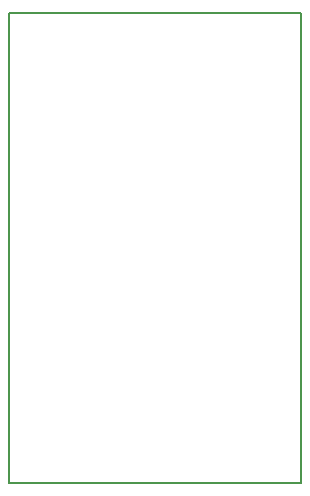
<source format=gbo>
G04 MADE WITH FRITZING*
G04 WWW.FRITZING.ORG*
G04 DOUBLE SIDED*
G04 HOLES PLATED*
G04 CONTOUR ON CENTER OF CONTOUR VECTOR*
%ASAXBY*%
%FSLAX23Y23*%
%MOIN*%
%OFA0B0*%
%SFA1.0B1.0*%
%ADD10R,0.984252X1.574800X0.968252X1.558800*%
%ADD11C,0.008000*%
%LNSILK0*%
G90*
G70*
G54D11*
X4Y1571D02*
X980Y1571D01*
X980Y4D01*
X4Y4D01*
X4Y1571D01*
D02*
G04 End of Silk0*
M02*
</source>
